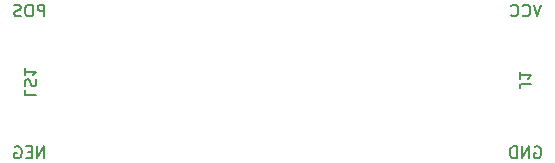
<source format=gbo>
%TF.GenerationSoftware,KiCad,Pcbnew,(5.1.9-0-10_14)*%
%TF.CreationDate,2021-04-15T17:53:14+09:00*%
%TF.ProjectId,RadioExercise,52616469-6f45-4786-9572-636973652e6b,rev?*%
%TF.SameCoordinates,Original*%
%TF.FileFunction,Legend,Bot*%
%TF.FilePolarity,Positive*%
%FSLAX46Y46*%
G04 Gerber Fmt 4.6, Leading zero omitted, Abs format (unit mm)*
G04 Created by KiCad (PCBNEW (5.1.9-0-10_14)) date 2021-04-15 17:53:14*
%MOMM*%
%LPD*%
G01*
G04 APERTURE LIST*
%ADD10C,0.150000*%
G04 APERTURE END LIST*
D10*
X216761904Y-64500000D02*
X216857142Y-64452380D01*
X217000000Y-64452380D01*
X217142857Y-64500000D01*
X217238095Y-64595238D01*
X217285714Y-64690476D01*
X217333333Y-64880952D01*
X217333333Y-65023809D01*
X217285714Y-65214285D01*
X217238095Y-65309523D01*
X217142857Y-65404761D01*
X217000000Y-65452380D01*
X216904761Y-65452380D01*
X216761904Y-65404761D01*
X216714285Y-65357142D01*
X216714285Y-65023809D01*
X216904761Y-65023809D01*
X216285714Y-65452380D02*
X216285714Y-64452380D01*
X215714285Y-65452380D01*
X215714285Y-64452380D01*
X215238095Y-65452380D02*
X215238095Y-64452380D01*
X215000000Y-64452380D01*
X214857142Y-64500000D01*
X214761904Y-64595238D01*
X214714285Y-64690476D01*
X214666666Y-64880952D01*
X214666666Y-65023809D01*
X214714285Y-65214285D01*
X214761904Y-65309523D01*
X214857142Y-65404761D01*
X215000000Y-65452380D01*
X215238095Y-65452380D01*
X217333333Y-52452380D02*
X217000000Y-53452380D01*
X216666666Y-52452380D01*
X215761904Y-53357142D02*
X215809523Y-53404761D01*
X215952380Y-53452380D01*
X216047619Y-53452380D01*
X216190476Y-53404761D01*
X216285714Y-53309523D01*
X216333333Y-53214285D01*
X216380952Y-53023809D01*
X216380952Y-52880952D01*
X216333333Y-52690476D01*
X216285714Y-52595238D01*
X216190476Y-52500000D01*
X216047619Y-52452380D01*
X215952380Y-52452380D01*
X215809523Y-52500000D01*
X215761904Y-52547619D01*
X214761904Y-53357142D02*
X214809523Y-53404761D01*
X214952380Y-53452380D01*
X215047619Y-53452380D01*
X215190476Y-53404761D01*
X215285714Y-53309523D01*
X215333333Y-53214285D01*
X215380952Y-53023809D01*
X215380952Y-52880952D01*
X215333333Y-52690476D01*
X215285714Y-52595238D01*
X215190476Y-52500000D01*
X215047619Y-52452380D01*
X214952380Y-52452380D01*
X214809523Y-52500000D01*
X214761904Y-52547619D01*
X175238095Y-65452380D02*
X175238095Y-64452380D01*
X174666666Y-65452380D01*
X174666666Y-64452380D01*
X174190476Y-64928571D02*
X173857142Y-64928571D01*
X173714285Y-65452380D02*
X174190476Y-65452380D01*
X174190476Y-64452380D01*
X173714285Y-64452380D01*
X172761904Y-64500000D02*
X172857142Y-64452380D01*
X173000000Y-64452380D01*
X173142857Y-64500000D01*
X173238095Y-64595238D01*
X173285714Y-64690476D01*
X173333333Y-64880952D01*
X173333333Y-65023809D01*
X173285714Y-65214285D01*
X173238095Y-65309523D01*
X173142857Y-65404761D01*
X173000000Y-65452380D01*
X172904761Y-65452380D01*
X172761904Y-65404761D01*
X172714285Y-65357142D01*
X172714285Y-65023809D01*
X172904761Y-65023809D01*
X175261904Y-53452380D02*
X175261904Y-52452380D01*
X174880952Y-52452380D01*
X174785714Y-52500000D01*
X174738095Y-52547619D01*
X174690476Y-52642857D01*
X174690476Y-52785714D01*
X174738095Y-52880952D01*
X174785714Y-52928571D01*
X174880952Y-52976190D01*
X175261904Y-52976190D01*
X174071428Y-52452380D02*
X173880952Y-52452380D01*
X173785714Y-52500000D01*
X173690476Y-52595238D01*
X173642857Y-52785714D01*
X173642857Y-53119047D01*
X173690476Y-53309523D01*
X173785714Y-53404761D01*
X173880952Y-53452380D01*
X174071428Y-53452380D01*
X174166666Y-53404761D01*
X174261904Y-53309523D01*
X174309523Y-53119047D01*
X174309523Y-52785714D01*
X174261904Y-52595238D01*
X174166666Y-52500000D01*
X174071428Y-52452380D01*
X173261904Y-53404761D02*
X173119047Y-53452380D01*
X172880952Y-53452380D01*
X172785714Y-53404761D01*
X172738095Y-53357142D01*
X172690476Y-53261904D01*
X172690476Y-53166666D01*
X172738095Y-53071428D01*
X172785714Y-53023809D01*
X172880952Y-52976190D01*
X173071428Y-52928571D01*
X173166666Y-52880952D01*
X173214285Y-52833333D01*
X173261904Y-52738095D01*
X173261904Y-52642857D01*
X173214285Y-52547619D01*
X173166666Y-52500000D01*
X173071428Y-52452380D01*
X172833333Y-52452380D01*
X172690476Y-52500000D01*
%TO.C,J1*%
X216491619Y-59143333D02*
X215777333Y-59143333D01*
X215634476Y-59190952D01*
X215539238Y-59286190D01*
X215491619Y-59429047D01*
X215491619Y-59524285D01*
X215491619Y-58143333D02*
X215491619Y-58714761D01*
X215491619Y-58429047D02*
X216491619Y-58429047D01*
X216348761Y-58524285D01*
X216253523Y-58619523D01*
X216205904Y-58714761D01*
%TO.C,LS1*%
X173581619Y-59638857D02*
X173581619Y-60115047D01*
X174581619Y-60115047D01*
X173629238Y-59353142D02*
X173581619Y-59210285D01*
X173581619Y-58972190D01*
X173629238Y-58876952D01*
X173676857Y-58829333D01*
X173772095Y-58781714D01*
X173867333Y-58781714D01*
X173962571Y-58829333D01*
X174010190Y-58876952D01*
X174057809Y-58972190D01*
X174105428Y-59162666D01*
X174153047Y-59257904D01*
X174200666Y-59305523D01*
X174295904Y-59353142D01*
X174391142Y-59353142D01*
X174486380Y-59305523D01*
X174534000Y-59257904D01*
X174581619Y-59162666D01*
X174581619Y-58924571D01*
X174534000Y-58781714D01*
X173581619Y-57829333D02*
X173581619Y-58400761D01*
X173581619Y-58115047D02*
X174581619Y-58115047D01*
X174438761Y-58210285D01*
X174343523Y-58305523D01*
X174295904Y-58400761D01*
%TD*%
M02*

</source>
